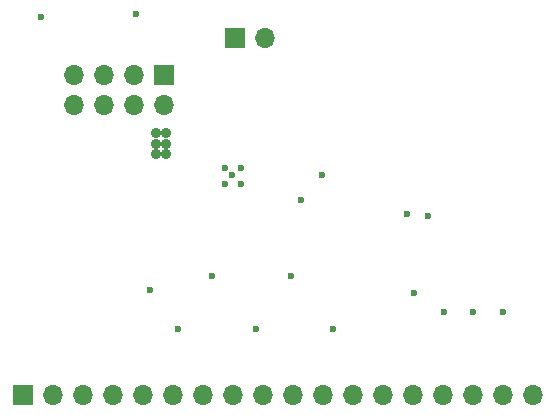
<source format=gbs>
G04 #@! TF.GenerationSoftware,KiCad,Pcbnew,(6.0.1)*
G04 #@! TF.CreationDate,2022-01-16T17:21:19+09:00*
G04 #@! TF.ProjectId,BrushlessMotorDriver_DRV8311,42727573-686c-4657-9373-4d6f746f7244,rev?*
G04 #@! TF.SameCoordinates,PX7270e00PY8b3c880*
G04 #@! TF.FileFunction,Soldermask,Bot*
G04 #@! TF.FilePolarity,Negative*
%FSLAX46Y46*%
G04 Gerber Fmt 4.6, Leading zero omitted, Abs format (unit mm)*
G04 Created by KiCad (PCBNEW (6.0.1)) date 2022-01-16 17:21:19*
%MOMM*%
%LPD*%
G01*
G04 APERTURE LIST*
%ADD10R,1.700000X1.700000*%
%ADD11O,1.700000X1.700000*%
%ADD12C,0.600000*%
%ADD13C,0.900000*%
G04 APERTURE END LIST*
D10*
X13800000Y28975000D03*
D11*
X13800000Y26435000D03*
X11260000Y28975000D03*
X11260000Y26435000D03*
X8720000Y28975000D03*
X8720000Y26435000D03*
X6180000Y28975000D03*
X6180000Y26435000D03*
D10*
X1900000Y1900000D03*
D11*
X4440000Y1900000D03*
X6980000Y1900000D03*
X9520000Y1900000D03*
X12060000Y1900000D03*
X14600000Y1900000D03*
X17140000Y1900000D03*
X19680000Y1900000D03*
X22220000Y1900000D03*
X24760000Y1900000D03*
X27300000Y1900000D03*
X29840000Y1900000D03*
X32380000Y1900000D03*
X34920000Y1900000D03*
X37460000Y1900000D03*
X40000000Y1900000D03*
X42540000Y1900000D03*
X45080000Y1900000D03*
D10*
X19865000Y32171200D03*
D11*
X22405000Y32171200D03*
D12*
X37500000Y8900000D03*
X40000000Y8900000D03*
X42500000Y8900000D03*
X20300000Y21100000D03*
X20300000Y19800000D03*
X15000000Y7500000D03*
X11400000Y34200000D03*
X12600000Y10800000D03*
X24600000Y12000000D03*
X34378800Y17202500D03*
X21600000Y7500000D03*
X25400000Y18400000D03*
X3400000Y33900000D03*
X36178800Y17102500D03*
X34978800Y10502500D03*
X19000000Y19800000D03*
X19000000Y21100000D03*
X27200000Y20500000D03*
X28100000Y7500000D03*
X19600000Y20500000D03*
X17900000Y12000000D03*
D13*
X14000000Y23200000D03*
X13100000Y23200000D03*
X13100000Y24100000D03*
X13100000Y22300000D03*
X14000000Y22300000D03*
X14000000Y24100000D03*
M02*

</source>
